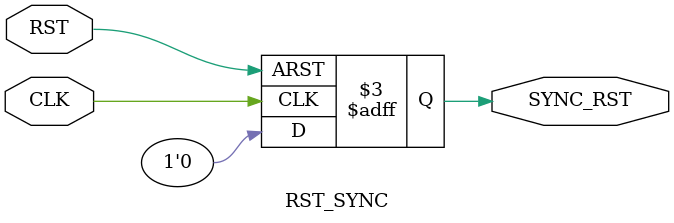
<source format=v>
module RST_SYNC #(parameter NUM_STAGES=1) (
  input  wire  RST,
  input  wire  CLK,
  output reg   SYNC_RST
);

reg [NUM_STAGES-1:0] Stages;

always @ (posedge CLK or negedge RST)
begin
  if(!RST)
    begin
      Stages <='b0;
      SYNC_RST <=1'b1;
    end
    else
      begin
        Stages[0] <= 1'b1;
        {SYNC_RST,Stages[NUM_STAGES-1:1]}<= Stages;
        end
end
endmodule

</source>
